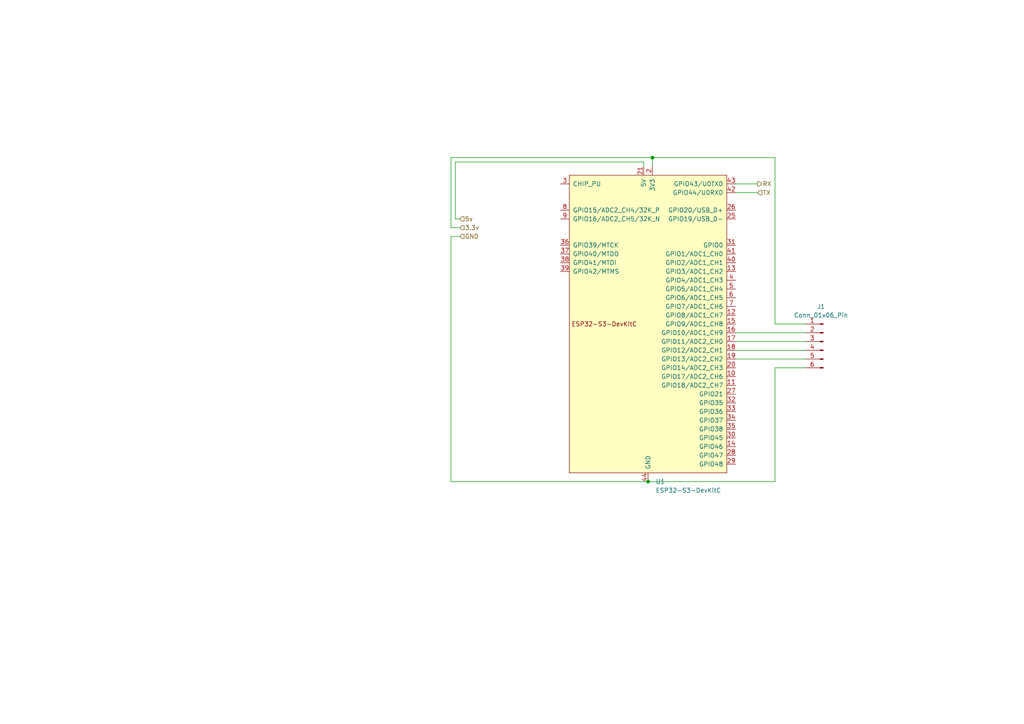
<source format=kicad_sch>
(kicad_sch (version 20230121) (generator eeschema)
  (paper "A4")
  (lib_symbols
    (symbol "Connector:Conn_01x06_Pin" (pin_names (offset 1.016) hide)
      (property "Reference" "J" (at 0 7.62 0))
      (property "Value" "Conn_01x06_Pin" (at 0 -10.16 0))
      (symbol "Conn_01x06_Pin_1_1"
        (polyline (pts (xy 1.27 -7.62) (xy 0.8636 -7.62)) (stroke (width 0.1524)))
        (polyline (pts (xy 1.27 -5.08) (xy 0.8636 -5.08)) (stroke (width 0.1524)))
        (polyline (pts (xy 1.27 -2.54) (xy 0.8636 -2.54)) (stroke (width 0.1524)))
        (polyline (pts (xy 1.27 0) (xy 0.8636 0)) (stroke (width 0.1524)))
        (polyline (pts (xy 1.27 2.54) (xy 0.8636 2.54)) (stroke (width 0.1524)))
        (polyline (pts (xy 1.27 5.08) (xy 0.8636 5.08)) (stroke (width 0.1524)))
        (rectangle (start 0.8636 -7.493) (end 0 -7.747) (stroke (width 0.1524)) (fill (type outline)))
        (rectangle (start 0.8636 -4.953) (end 0 -5.207) (stroke (width 0.1524)) (fill (type outline)))
        (rectangle (start 0.8636 -2.413) (end 0 -2.667) (stroke (width 0.1524)) (fill (type outline)))
        (rectangle (start 0.8636 0.127) (end 0 -0.127) (stroke (width 0.1524)) (fill (type outline)))
        (rectangle (start 0.8636 2.667) (end 0 2.413) (stroke (width 0.1524)) (fill (type outline)))
        (rectangle (start 0.8636 5.207) (end 0 4.953) (stroke (width 0.1524)) (fill (type outline)))
        (pin passive line (at 5.08 5.08 180) (length 3.81) (name "Pin_1") (number "1") (alternate "" input line))
        (pin passive line (at 5.08 2.54 180) (length 3.81) (name "Pin_2") (number "2") (alternate "" input line))
        (pin passive line (at 5.08 0 180) (length 3.81) (name "Pin_3") (number "3") (alternate "" input line))
        (pin passive line (at 5.08 -2.54 180) (length 3.81) (name "Pin_4") (number "4") (alternate "" input line))
        (pin passive line (at 5.08 -5.08 180) (length 3.81) (name "Pin_5") (number "5") (alternate "" input line))
        (pin passive line (at 5.08 -7.62 180) (length 3.81) (name "Pin_6") (number "6") (alternate "" input line))
      )
    )
    (symbol "PCM_Espressif:ESP32-S3-DevKitC" (pin_names (offset 1.016))
      (property "Reference" "U" (at -22.86 48.26 0))
      (property "Value" "ESP32-S3-DevKitC" (at -22.86 45.72 0))
      (symbol "ESP32-S3-DevKitC_0_0"
        (text "ESP32-S3-DevKitC" (at -12.7 0 0) (effects (font (size 1.27 1.27))))
        (pin bidirectional line (at 25.4 -35.56 180) (length 2.54) (name "GPIO46") (number "14"))
        (pin bidirectional line (at 25.4 -10.16 180) (length 2.54) (name "GPIO13/ADC2_CH2") (number "19"))
        (pin bidirectional line (at -25.4 15.24 0) (length 2.54) (name "GPIO42/MTMS") (number "39"))
        (pin bidirectional line (at 25.4 17.78 180) (length 2.54) (name "GPIO2/ADC1_CH1") (number "40"))
        (pin bidirectional line (at 25.4 20.32 180) (length 2.54) (name "GPIO1/ADC1_CH0") (number "41"))
        (pin bidirectional line (at 25.4 38.1 180) (length 2.54) (name "GPIO44/U0RXD") (number "42"))
        (pin bidirectional line (at 25.4 40.64 180) (length 2.54) (name "GPIO43/U0TXD") (number "43"))
        (pin power_in line (at 0 -45.72 90) (length 2.54) (name "GND") (number "44"))
      )
      (symbol "ESP32-S3-DevKitC_0_1"
        (rectangle (start -22.86 43.18) (end 22.86 -43.18) (fill (type background)))
        (pin power_in line (at 1.27 45.72 270) (length 2.54) (name "3V3") (number "2"))
      )
      (symbol "ESP32-S3-DevKitC_1_1"
        (pin passive line (at 1.27 45.72 270) (length 2.54) hide (name "3V3") (number "1"))
        (pin bidirectional line (at 25.4 -15.24 180) (length 2.54) (name "GPIO17/ADC2_CH6") (number "10"))
        (pin bidirectional line (at 25.4 -17.78 180) (length 2.54) (name "GPIO18/ADC2_CH7") (number "11"))
        (pin bidirectional line (at 25.4 2.54 180) (length 2.54) (name "GPIO8/ADC1_CH7") (number "12"))
        (pin bidirectional line (at 25.4 15.24 180) (length 2.54) (name "GPIO3/ADC1_CH2") (number "13"))
        (pin bidirectional line (at 25.4 0 180) (length 2.54) (name "GPIO9/ADC1_CH8") (number "15"))
        (pin bidirectional line (at 25.4 -2.54 180) (length 2.54) (name "GPIO10/ADC1_CH9") (number "16"))
        (pin bidirectional line (at 25.4 -5.08 180) (length 2.54) (name "GPIO11/ADC2_CH0") (number "17"))
        (pin bidirectional line (at 25.4 -7.62 180) (length 2.54) (name "GPIO12/ADC2_CH1") (number "18"))
        (pin bidirectional line (at 25.4 -12.7 180) (length 2.54) (name "GPIO14/ADC2_CH3") (number "20"))
        (pin power_in line (at -1.27 45.72 270) (length 2.54) (name "5V") (number "21"))
        (pin passive line (at 0 -45.72 90) (length 2.54) hide (name "GND") (number "22"))
        (pin passive line (at 0 -45.72 90) (length 2.54) hide (name "GND") (number "23"))
        (pin passive line (at 0 -45.72 90) (length 2.54) hide (name "GND") (number "24"))
        (pin bidirectional line (at 25.4 30.48 180) (length 2.54) (name "GPIO19/USB_D-") (number "25"))
        (pin bidirectional line (at 25.4 33.02 180) (length 2.54) (name "GPIO20/USB_D+") (number "26"))
        (pin bidirectional line (at 25.4 -20.32 180) (length 2.54) (name "GPIO21") (number "27"))
        (pin bidirectional line (at 25.4 -38.1 180) (length 2.54) (name "GPIO47") (number "28"))
        (pin bidirectional line (at 25.4 -40.64 180) (length 2.54) (name "GPIO48") (number "29"))
        (pin input line (at -25.4 40.64 0) (length 2.54) (name "CHIP_PU") (number "3"))
        (pin bidirectional line (at 25.4 -33.02 180) (length 2.54) (name "GPIO45") (number "30"))
        (pin bidirectional line (at 25.4 22.86 180) (length 2.54) (name "GPIO0") (number "31"))
        (pin bidirectional line (at 25.4 -22.86 180) (length 2.54) (name "GPIO35") (number "32"))
        (pin bidirectional line (at 25.4 -25.4 180) (length 2.54) (name "GPIO36") (number "33"))
        (pin bidirectional line (at 25.4 -27.94 180) (length 2.54) (name "GPIO37") (number "34"))
        (pin bidirectional line (at 25.4 -30.48 180) (length 2.54) (name "GPIO38") (number "35"))
        (pin bidirectional line (at -25.4 22.86 0) (length 2.54) (name "GPIO39/MTCK") (number "36"))
        (pin bidirectional line (at -25.4 20.32 0) (length 2.54) (name "GPIO40/MTDO") (number "37"))
        (pin bidirectional line (at -25.4 17.78 0) (length 2.54) (name "GPIO41/MTDI") (number "38"))
        (pin bidirectional line (at 25.4 12.7 180) (length 2.54) (name "GPIO4/ADC1_CH3") (number "4"))
        (pin bidirectional line (at 25.4 10.16 180) (length 2.54) (name "GPIO5/ADC1_CH4") (number "5"))
        (pin bidirectional line (at 25.4 7.62 180) (length 2.54) (name "GPIO6/ADC1_CH5") (number "6"))
        (pin bidirectional line (at 25.4 5.08 180) (length 2.54) (name "GPIO7/ADC1_CH6") (number "7"))
        (pin bidirectional line (at -25.4 33.02 0) (length 2.54) (name "GPIO15/ADC2_CH4/32K_P") (number "8"))
        (pin bidirectional line (at -25.4 30.48 0) (length 2.54) (name "GPIO16/ADC2_CH5/32K_N") (number "9"))
      )
    )
  )
  (junction (at 187.96 139.7))
  (junction (at 189.23 45.72))
  (wire (pts (xy 130.81 45.72) (xy 189.23 45.72)))
  (wire (pts (xy 224.79 93.98) (xy 224.79 45.72)))
  (wire (pts (xy 233.68 93.98) (xy 224.79 93.98)))
  (wire (pts (xy 224.79 45.72) (xy 189.23 45.72)))
  (wire (pts (xy 213.36 104.14) (xy 233.68 104.14)))
  (wire (pts (xy 132.08 46.99) (xy 186.69 46.99)))
  (wire (pts (xy 133.35 68.58) (xy 130.81 68.58)))
  (wire (pts (xy 224.79 106.68) (xy 224.79 139.7)))
  (wire (pts (xy 186.69 46.99) (xy 186.69 48.26)))
  (wire (pts (xy 213.36 101.6) (xy 233.68 101.6)))
  (wire (pts (xy 213.36 53.34) (xy 219.71 53.34)))
  (wire (pts (xy 133.35 66.04) (xy 130.81 66.04)))
  (wire (pts (xy 130.81 139.7) (xy 187.96 139.7)))
  (wire (pts (xy 133.35 63.5) (xy 132.08 63.5)))
  (wire (pts (xy 233.68 106.68) (xy 224.79 106.68)))
  (wire (pts (xy 213.36 99.06) (xy 233.68 99.06)))
  (wire (pts (xy 213.36 96.52) (xy 233.68 96.52)))
  (wire (pts (xy 189.23 45.72) (xy 189.23 48.26)))
  (wire (pts (xy 213.36 55.88) (xy 219.71 55.88)))
  (wire (pts (xy 130.81 66.04) (xy 130.81 45.72)))
  (wire (pts (xy 224.79 139.7) (xy 187.96 139.7)))
  (wire (pts (xy 130.81 68.58) (xy 130.81 139.7)))
  (wire (pts (xy 132.08 63.5) (xy 132.08 46.99)))
  (hierarchical_label "GND" (shape input) (at 133.35 68.58 0))
  (hierarchical_label "TX" (shape input) (at 219.71 55.88 0))
  (hierarchical_label "RX" (shape output) (at 219.71 53.34 0))
  (hierarchical_label "3.3v" (shape input) (at 133.35 66.04 0))
  (hierarchical_label "5v" (shape input) (at 133.35 63.5 0))
  (symbol (lib_id "PCM_Espressif:ESP32-S3-DevKitC") (at 187.96 93.98 0) (unit 1)
    (property "Reference" "U1" (at 190.1541 139.7 0) (effects (justify left)))
    (property "Value" "ESP32-S3-DevKitC" (at 190.1541 142.24 0) (effects (justify left)))
    (property "Footprint" "PCM_Espressif:ESP32-S3-DevKitC" (effects hide))
  )
  (symbol (lib_id "Connector:Conn_01x06_Pin") (at 238.76 99.06 0) (mirror y) (unit 1)
    (property "Reference" "J1" (at 238.125 88.9 0))
    (property "Value" "Conn_01x06_Pin" (at 238.125 91.44 0))
    (property "Footprint" "Connector_PinHeader_2.54mm:PinHeader_1x06_P2.54mm_Vertical" (effects hide))
  )
)
</source>
